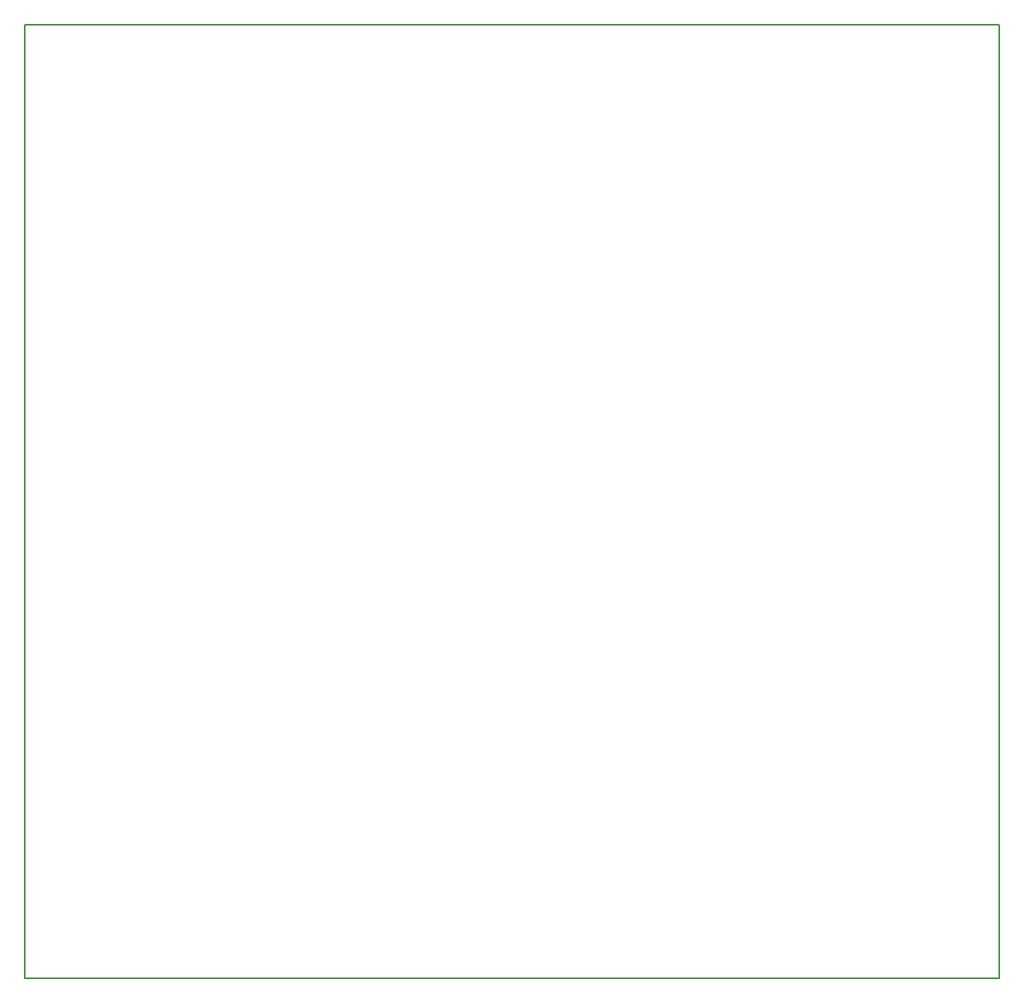
<source format=gbr>
G04 #@! TF.FileFunction,Profile,NP*
%FSLAX46Y46*%
G04 Gerber Fmt 4.6, Leading zero omitted, Abs format (unit mm)*
G04 Created by KiCad (PCBNEW 4.0.1-stable) date 2016/01/09 16:37:48*
%MOMM*%
G01*
G04 APERTURE LIST*
%ADD10C,0.100000*%
%ADD11C,0.150000*%
G04 APERTURE END LIST*
D10*
D11*
X220000000Y-12500000D02*
X220000000Y-110500000D01*
X120000000Y-12500000D02*
X220000000Y-12500000D01*
X120000000Y-110500000D02*
X120000000Y-12500000D01*
X120000000Y-110500000D02*
X220000000Y-110500000D01*
M02*

</source>
